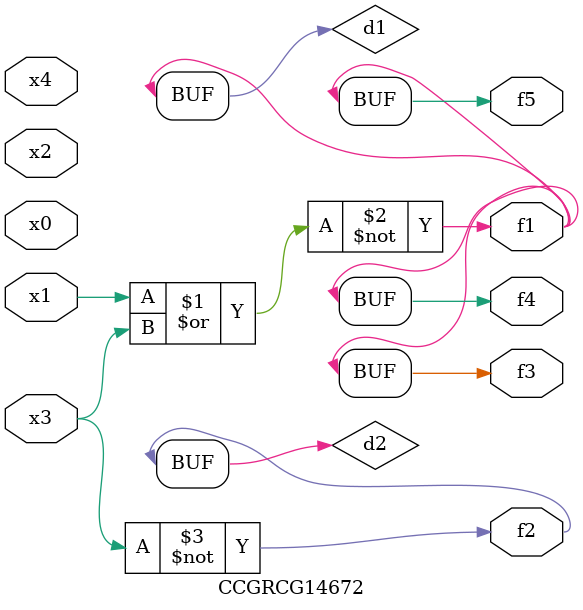
<source format=v>
module CCGRCG14672(
	input x0, x1, x2, x3, x4,
	output f1, f2, f3, f4, f5
);

	wire d1, d2;

	nor (d1, x1, x3);
	not (d2, x3);
	assign f1 = d1;
	assign f2 = d2;
	assign f3 = d1;
	assign f4 = d1;
	assign f5 = d1;
endmodule

</source>
